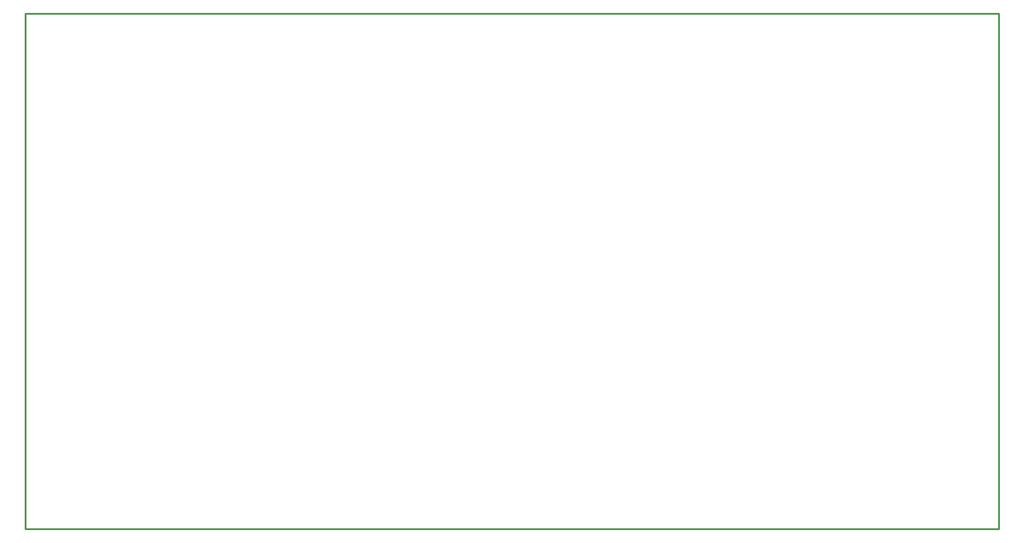
<source format=gko>
G04 Layer_Color=16711935*
%FSLAX24Y24*%
%MOIN*%
G70*
G01*
G75*
%ADD37C,0.0100*%
D37*
X0Y0D02*
X55201D01*
Y29249D01*
X0D02*
X55201D01*
X0Y0D02*
Y29249D01*
M02*

</source>
